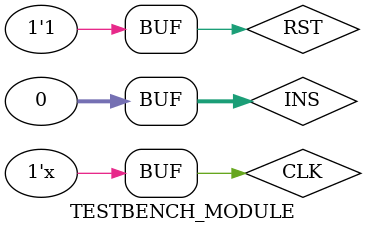
<source format=sv>
module TESTBENCH_MODULE;
	
	logic CLK, RST, H_SYNC, V_SYNC, VGA_CLK, VGA_SYNC_N, VGA_BLANK_N; 
	logic [9:0] SCREEN_POS_X, SCREEN_POS_Y;
	logic [31:0] INS;
	logic [3:0] RGB_COLOR;
	

	GRAPHIC_PROCESSING_UNIT
		GPU (CLK, RST, INS, H_SYNC, V_SYNC, VGA_CLK, VGA_SYNC_N, VGA_BLANK_N, RGB_COLOR);
	
	initial begin
		
		INS = 32'd0;
		RST = 1'b0;
		CLK = 1'b1; #1;
		CLK = 1'b0; #1;
		RST = 1'b1;
		
	end

	always begin
		CLK <= ~ CLK; #1;
	end

endmodule 
</source>
